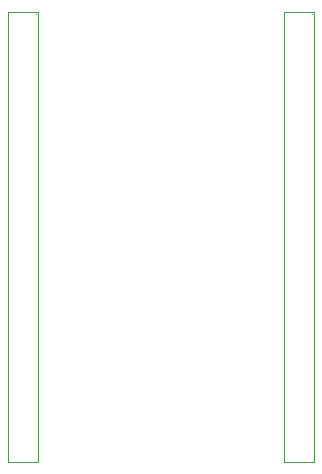
<source format=gbo>
G04 Layer_Color=13813960*
%FSLAX25Y25*%
%MOIN*%
G70*
G01*
G75*
%ADD29C,0.00394*%
D29*
X258497Y380300D02*
G03*
X258497Y380300I-197J0D01*
G01*
X350497D02*
G03*
X350497Y380300I-197J0D01*
G01*
X249000Y381000D02*
X259000D01*
Y231000D02*
Y381000D01*
X249000Y231000D02*
X259000D01*
X249000D02*
Y381000D01*
X341000D02*
X351000D01*
Y231000D02*
Y381000D01*
X341000Y231000D02*
X351000D01*
X341000D02*
Y381000D01*
M02*

</source>
